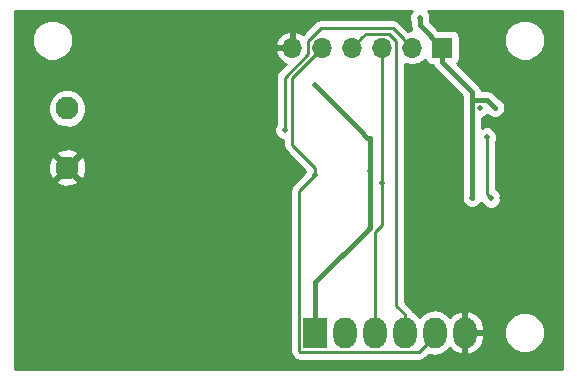
<source format=gbr>
G04 #@! TF.FileFunction,Copper,L2,Bot,Signal*
%FSLAX46Y46*%
G04 Gerber Fmt 4.6, Leading zero omitted, Abs format (unit mm)*
G04 Created by KiCad (PCBNEW 4.0.1-stable) date 5/23/2018 12:30:50 PM*
%MOMM*%
G01*
G04 APERTURE LIST*
%ADD10C,0.100000*%
%ADD11R,1.700000X1.700000*%
%ADD12O,1.700000X1.700000*%
%ADD13R,2.000000X2.600000*%
%ADD14O,2.000000X2.600000*%
%ADD15C,1.950000*%
%ADD16C,0.500000*%
%ADD17C,0.400000*%
%ADD18C,0.250000*%
%ADD19C,0.254000*%
G04 APERTURE END LIST*
D10*
D11*
X148590000Y-95250000D03*
D12*
X146050000Y-95250000D03*
X143510000Y-95250000D03*
X140970000Y-95250000D03*
X138430000Y-95250000D03*
X135890000Y-95250000D03*
D13*
X137795000Y-119380000D03*
D14*
X140335000Y-119380000D03*
X142875000Y-119380000D03*
X145415000Y-119380000D03*
X147955000Y-119380000D03*
X150495000Y-119380000D03*
D15*
X116840000Y-105410000D03*
X116840000Y-100410000D03*
D16*
X121920000Y-99695000D03*
X120015000Y-93980000D03*
X133204195Y-93559815D03*
X156210000Y-100965000D03*
X156845000Y-109855000D03*
X132080000Y-119380000D03*
X116205000Y-114935000D03*
X141605000Y-102235000D03*
X146685000Y-92710000D03*
X137795000Y-98425000D03*
X142440000Y-110490000D03*
X142440000Y-105690011D03*
X153035000Y-100330000D03*
X151130000Y-107950000D03*
X153670000Y-107950000D03*
X133985000Y-99060000D03*
X121920000Y-112395000D03*
X118110000Y-118110000D03*
X132715000Y-106680000D03*
X134620000Y-107315000D03*
X137795000Y-106045000D03*
X135255000Y-102235000D03*
X143510000Y-106680000D03*
X152349200Y-102819200D03*
X152704800Y-108000800D03*
X151765000Y-100330000D03*
D17*
X133350000Y-93345000D02*
X133350000Y-93414010D01*
X133350000Y-93414010D02*
X133204195Y-93559815D01*
X137795000Y-98425000D02*
X141605000Y-102235000D01*
X141605000Y-102235000D02*
X142240000Y-102870000D01*
X146685000Y-92710000D02*
X146685000Y-93345000D01*
X146685000Y-93345000D02*
X148590000Y-95250000D01*
X142440000Y-110490000D02*
X137795000Y-115135000D01*
X137795000Y-115135000D02*
X137795000Y-119380000D01*
X142240000Y-102870000D02*
X142440000Y-102870000D01*
X148590000Y-95250000D02*
X148590000Y-96500000D01*
X148590000Y-96500000D02*
X151130000Y-99040000D01*
X151130000Y-99040000D02*
X151130000Y-99679999D01*
X142440000Y-105690011D02*
X142440000Y-110490000D01*
X142440000Y-102870000D02*
X142440000Y-105690011D01*
X151114999Y-99695000D02*
X151114999Y-107934999D01*
X151114999Y-99695000D02*
X151130000Y-99679999D01*
X151130000Y-99679999D02*
X152384999Y-99679999D01*
X152384999Y-99679999D02*
X153035000Y-100330000D01*
X151114999Y-107934999D02*
X151130000Y-107950000D01*
D18*
X135890000Y-103505000D02*
X135890000Y-97790000D01*
X135890000Y-97790000D02*
X138430000Y-95250000D01*
X137795000Y-105410000D02*
X135890000Y-103505000D01*
X137795000Y-106045000D02*
X137795000Y-105410000D01*
X137795000Y-106045000D02*
X136469999Y-107370001D01*
X147955000Y-119680000D02*
X147955000Y-119380000D01*
X136469999Y-107370001D02*
X136469999Y-120940001D01*
X136469999Y-120940001D02*
X136534999Y-121005001D01*
X136534999Y-121005001D02*
X146629999Y-121005001D01*
X146629999Y-121005001D02*
X147955000Y-119680000D01*
X137795000Y-95885000D02*
X138430000Y-95250000D01*
X135255000Y-102235000D02*
X135255000Y-97788590D01*
X135255000Y-97788590D02*
X137254999Y-95788591D01*
X137254999Y-95788591D02*
X137254999Y-94685999D01*
X137254999Y-94685999D02*
X138316008Y-93624990D01*
X138316008Y-93624990D02*
X144424990Y-93624990D01*
X144424990Y-93624990D02*
X145200001Y-94400001D01*
X145200001Y-94400001D02*
X146050000Y-95250000D01*
X143510000Y-110271002D02*
X143510000Y-106680000D01*
X143510000Y-106680000D02*
X143510000Y-96452081D01*
X142875000Y-119380000D02*
X142875000Y-110906002D01*
X142875000Y-110906002D02*
X143510000Y-110271002D01*
X143510000Y-96452081D02*
X143510000Y-95250000D01*
X145415000Y-119380000D02*
X145415000Y-117830000D01*
X145415000Y-117830000D02*
X144685001Y-117100001D01*
X144685001Y-117100001D02*
X144685001Y-94685999D01*
X144685001Y-94685999D02*
X144074001Y-94074999D01*
X144074001Y-94074999D02*
X142145001Y-94074999D01*
X142145001Y-94074999D02*
X141819999Y-94400001D01*
X141819999Y-94400001D02*
X140970000Y-95250000D01*
X152704800Y-108000800D02*
X152349200Y-107645200D01*
X152349200Y-107645200D02*
X152349200Y-102819200D01*
D19*
G36*
X145935171Y-92208033D02*
X145800154Y-92533190D01*
X145799847Y-92885265D01*
X145850000Y-93006645D01*
X145850000Y-93345000D01*
X145913561Y-93664541D01*
X145971659Y-93751490D01*
X145683592Y-93808790D01*
X144962391Y-93087589D01*
X144715829Y-92922842D01*
X144424990Y-92864990D01*
X138316008Y-92864990D01*
X138025168Y-92922842D01*
X137778607Y-93087589D01*
X136777739Y-94088457D01*
X136656924Y-93978355D01*
X136246890Y-93808524D01*
X136017000Y-93929845D01*
X136017000Y-95123000D01*
X136037000Y-95123000D01*
X136037000Y-95377000D01*
X136017000Y-95377000D01*
X136017000Y-95397000D01*
X135763000Y-95397000D01*
X135763000Y-95377000D01*
X134569181Y-95377000D01*
X134448514Y-95606892D01*
X134694817Y-96131358D01*
X135123076Y-96521645D01*
X135352230Y-96616558D01*
X134717599Y-97251189D01*
X134552852Y-97497751D01*
X134495000Y-97788590D01*
X134495000Y-101757527D01*
X134370154Y-102058190D01*
X134369847Y-102410265D01*
X134504296Y-102735657D01*
X134753033Y-102984829D01*
X135078190Y-103119846D01*
X135130000Y-103119891D01*
X135130000Y-103505000D01*
X135187852Y-103795839D01*
X135352599Y-104042401D01*
X136988855Y-105678657D01*
X136919489Y-105845709D01*
X135932598Y-106832600D01*
X135767851Y-107079162D01*
X135709999Y-107370001D01*
X135709999Y-120940001D01*
X135767851Y-121230840D01*
X135932598Y-121477402D01*
X135997598Y-121542402D01*
X136244160Y-121707149D01*
X136534999Y-121765001D01*
X146629999Y-121765001D01*
X146920838Y-121707149D01*
X147167400Y-121542402D01*
X147456125Y-121253677D01*
X147955000Y-121352909D01*
X148580687Y-121228452D01*
X149111120Y-120874029D01*
X149238219Y-120683812D01*
X149428683Y-120925922D01*
X149986645Y-121239144D01*
X150114566Y-121270124D01*
X150368000Y-121150777D01*
X150368000Y-119507000D01*
X150622000Y-119507000D01*
X150622000Y-121150777D01*
X150875434Y-121270124D01*
X151003355Y-121239144D01*
X151561317Y-120925922D01*
X151956942Y-120423020D01*
X152130000Y-119807000D01*
X152130000Y-119723599D01*
X153839699Y-119723599D01*
X154103281Y-120361515D01*
X154590918Y-120850004D01*
X155228373Y-121114699D01*
X155918599Y-121115301D01*
X156556515Y-120851719D01*
X157045004Y-120364082D01*
X157309699Y-119726627D01*
X157310301Y-119036401D01*
X157046719Y-118398485D01*
X156559082Y-117909996D01*
X155921627Y-117645301D01*
X155231401Y-117644699D01*
X154593485Y-117908281D01*
X154104996Y-118395918D01*
X153840301Y-119033373D01*
X153839699Y-119723599D01*
X152130000Y-119723599D01*
X152130000Y-119507000D01*
X150622000Y-119507000D01*
X150368000Y-119507000D01*
X150348000Y-119507000D01*
X150348000Y-119253000D01*
X150368000Y-119253000D01*
X150368000Y-117609223D01*
X150622000Y-117609223D01*
X150622000Y-119253000D01*
X152130000Y-119253000D01*
X152130000Y-118953000D01*
X151956942Y-118336980D01*
X151561317Y-117834078D01*
X151003355Y-117520856D01*
X150875434Y-117489876D01*
X150622000Y-117609223D01*
X150368000Y-117609223D01*
X150114566Y-117489876D01*
X149986645Y-117520856D01*
X149428683Y-117834078D01*
X149238219Y-118076188D01*
X149111120Y-117885971D01*
X148580687Y-117531548D01*
X147955000Y-117407091D01*
X147329313Y-117531548D01*
X146798880Y-117885971D01*
X146685000Y-118056405D01*
X146571120Y-117885971D01*
X146127122Y-117589302D01*
X146117148Y-117539161D01*
X145952401Y-117292599D01*
X145445001Y-116785199D01*
X145445001Y-96626523D01*
X145481715Y-96651054D01*
X146050000Y-96764093D01*
X146618285Y-96651054D01*
X147100054Y-96329147D01*
X147127850Y-96287548D01*
X147136838Y-96335317D01*
X147275910Y-96551441D01*
X147488110Y-96696431D01*
X147740000Y-96747440D01*
X147804219Y-96747440D01*
X147818561Y-96819541D01*
X147932112Y-96989482D01*
X147999566Y-97090434D01*
X150295000Y-99385868D01*
X150295000Y-99619585D01*
X150279999Y-99695000D01*
X150279999Y-107689274D01*
X150245154Y-107773190D01*
X150244847Y-108125265D01*
X150379296Y-108450657D01*
X150628033Y-108699829D01*
X150953190Y-108834846D01*
X151305265Y-108835153D01*
X151630657Y-108700704D01*
X151879829Y-108451967D01*
X151906805Y-108387003D01*
X151954096Y-108501457D01*
X152202833Y-108750629D01*
X152527990Y-108885646D01*
X152880065Y-108885953D01*
X153205457Y-108751504D01*
X153454629Y-108502767D01*
X153589646Y-108177610D01*
X153589953Y-107825535D01*
X153455504Y-107500143D01*
X153206767Y-107250971D01*
X153109200Y-107210458D01*
X153109200Y-103296673D01*
X153234046Y-102996010D01*
X153234353Y-102643935D01*
X153099904Y-102318543D01*
X152851167Y-102069371D01*
X152526010Y-101934354D01*
X152173935Y-101934047D01*
X151949999Y-102026575D01*
X151949999Y-101211131D01*
X152265657Y-101080704D01*
X152400016Y-100946579D01*
X152533033Y-101079829D01*
X152858190Y-101214846D01*
X153210265Y-101215153D01*
X153535657Y-101080704D01*
X153784829Y-100831967D01*
X153919846Y-100506810D01*
X153920153Y-100154735D01*
X153785704Y-99829343D01*
X153536967Y-99580171D01*
X153415674Y-99529806D01*
X152975433Y-99089565D01*
X152704540Y-98908560D01*
X152384999Y-98844999D01*
X151926212Y-98844999D01*
X151901439Y-98720459D01*
X151720434Y-98449566D01*
X149857073Y-96586205D01*
X149891441Y-96564090D01*
X150036431Y-96351890D01*
X150087440Y-96100000D01*
X150087440Y-94958599D01*
X153839699Y-94958599D01*
X154103281Y-95596515D01*
X154590918Y-96085004D01*
X155228373Y-96349699D01*
X155918599Y-96350301D01*
X156556515Y-96086719D01*
X157045004Y-95599082D01*
X157309699Y-94961627D01*
X157310301Y-94271401D01*
X157046719Y-93633485D01*
X156559082Y-93144996D01*
X155921627Y-92880301D01*
X155231401Y-92879699D01*
X154593485Y-93143281D01*
X154104996Y-93630918D01*
X153840301Y-94268373D01*
X153839699Y-94958599D01*
X150087440Y-94958599D01*
X150087440Y-94400000D01*
X150043162Y-94164683D01*
X149904090Y-93948559D01*
X149691890Y-93803569D01*
X149440000Y-93752560D01*
X148273428Y-93752560D01*
X147522265Y-93001397D01*
X147569846Y-92886810D01*
X147570153Y-92534735D01*
X147435704Y-92209343D01*
X147351508Y-92125000D01*
X158700000Y-92125000D01*
X158700000Y-122505000D01*
X112445000Y-122505000D01*
X112445000Y-106544442D01*
X115885163Y-106544442D01*
X115980763Y-106808704D01*
X116581429Y-107031049D01*
X117221461Y-107006605D01*
X117699237Y-106808704D01*
X117794837Y-106544442D01*
X116840000Y-105589605D01*
X115885163Y-106544442D01*
X112445000Y-106544442D01*
X112445000Y-105151429D01*
X115218951Y-105151429D01*
X115243395Y-105791461D01*
X115441296Y-106269237D01*
X115705558Y-106364837D01*
X116660395Y-105410000D01*
X117019605Y-105410000D01*
X117974442Y-106364837D01*
X118238704Y-106269237D01*
X118461049Y-105668571D01*
X118436605Y-105028539D01*
X118238704Y-104550763D01*
X117974442Y-104455163D01*
X117019605Y-105410000D01*
X116660395Y-105410000D01*
X115705558Y-104455163D01*
X115441296Y-104550763D01*
X115218951Y-105151429D01*
X112445000Y-105151429D01*
X112445000Y-104275558D01*
X115885163Y-104275558D01*
X116840000Y-105230395D01*
X117794837Y-104275558D01*
X117699237Y-104011296D01*
X117098571Y-103788951D01*
X116458539Y-103813395D01*
X115980763Y-104011296D01*
X115885163Y-104275558D01*
X112445000Y-104275558D01*
X112445000Y-100728844D01*
X115229721Y-100728844D01*
X115474312Y-101320800D01*
X115926817Y-101774096D01*
X116518346Y-102019720D01*
X117158844Y-102020279D01*
X117750800Y-101775688D01*
X118204096Y-101323183D01*
X118449720Y-100731654D01*
X118450279Y-100091156D01*
X118205688Y-99499200D01*
X117753183Y-99045904D01*
X117161654Y-98800280D01*
X116521156Y-98799721D01*
X115929200Y-99044312D01*
X115475904Y-99496817D01*
X115230280Y-100088346D01*
X115229721Y-100728844D01*
X112445000Y-100728844D01*
X112445000Y-94958599D01*
X113834699Y-94958599D01*
X114098281Y-95596515D01*
X114585918Y-96085004D01*
X115223373Y-96349699D01*
X115913599Y-96350301D01*
X116551515Y-96086719D01*
X117040004Y-95599082D01*
X117304699Y-94961627D01*
X117304758Y-94893108D01*
X134448514Y-94893108D01*
X134569181Y-95123000D01*
X135763000Y-95123000D01*
X135763000Y-93929845D01*
X135533110Y-93808524D01*
X135123076Y-93978355D01*
X134694817Y-94368642D01*
X134448514Y-94893108D01*
X117304758Y-94893108D01*
X117305301Y-94271401D01*
X117041719Y-93633485D01*
X116554082Y-93144996D01*
X115916627Y-92880301D01*
X115226401Y-92879699D01*
X114588485Y-93143281D01*
X114099996Y-93630918D01*
X113835301Y-94268373D01*
X113834699Y-94958599D01*
X112445000Y-94958599D01*
X112445000Y-92125000D01*
X146018349Y-92125000D01*
X145935171Y-92208033D01*
X145935171Y-92208033D01*
G37*
X145935171Y-92208033D02*
X145800154Y-92533190D01*
X145799847Y-92885265D01*
X145850000Y-93006645D01*
X145850000Y-93345000D01*
X145913561Y-93664541D01*
X145971659Y-93751490D01*
X145683592Y-93808790D01*
X144962391Y-93087589D01*
X144715829Y-92922842D01*
X144424990Y-92864990D01*
X138316008Y-92864990D01*
X138025168Y-92922842D01*
X137778607Y-93087589D01*
X136777739Y-94088457D01*
X136656924Y-93978355D01*
X136246890Y-93808524D01*
X136017000Y-93929845D01*
X136017000Y-95123000D01*
X136037000Y-95123000D01*
X136037000Y-95377000D01*
X136017000Y-95377000D01*
X136017000Y-95397000D01*
X135763000Y-95397000D01*
X135763000Y-95377000D01*
X134569181Y-95377000D01*
X134448514Y-95606892D01*
X134694817Y-96131358D01*
X135123076Y-96521645D01*
X135352230Y-96616558D01*
X134717599Y-97251189D01*
X134552852Y-97497751D01*
X134495000Y-97788590D01*
X134495000Y-101757527D01*
X134370154Y-102058190D01*
X134369847Y-102410265D01*
X134504296Y-102735657D01*
X134753033Y-102984829D01*
X135078190Y-103119846D01*
X135130000Y-103119891D01*
X135130000Y-103505000D01*
X135187852Y-103795839D01*
X135352599Y-104042401D01*
X136988855Y-105678657D01*
X136919489Y-105845709D01*
X135932598Y-106832600D01*
X135767851Y-107079162D01*
X135709999Y-107370001D01*
X135709999Y-120940001D01*
X135767851Y-121230840D01*
X135932598Y-121477402D01*
X135997598Y-121542402D01*
X136244160Y-121707149D01*
X136534999Y-121765001D01*
X146629999Y-121765001D01*
X146920838Y-121707149D01*
X147167400Y-121542402D01*
X147456125Y-121253677D01*
X147955000Y-121352909D01*
X148580687Y-121228452D01*
X149111120Y-120874029D01*
X149238219Y-120683812D01*
X149428683Y-120925922D01*
X149986645Y-121239144D01*
X150114566Y-121270124D01*
X150368000Y-121150777D01*
X150368000Y-119507000D01*
X150622000Y-119507000D01*
X150622000Y-121150777D01*
X150875434Y-121270124D01*
X151003355Y-121239144D01*
X151561317Y-120925922D01*
X151956942Y-120423020D01*
X152130000Y-119807000D01*
X152130000Y-119723599D01*
X153839699Y-119723599D01*
X154103281Y-120361515D01*
X154590918Y-120850004D01*
X155228373Y-121114699D01*
X155918599Y-121115301D01*
X156556515Y-120851719D01*
X157045004Y-120364082D01*
X157309699Y-119726627D01*
X157310301Y-119036401D01*
X157046719Y-118398485D01*
X156559082Y-117909996D01*
X155921627Y-117645301D01*
X155231401Y-117644699D01*
X154593485Y-117908281D01*
X154104996Y-118395918D01*
X153840301Y-119033373D01*
X153839699Y-119723599D01*
X152130000Y-119723599D01*
X152130000Y-119507000D01*
X150622000Y-119507000D01*
X150368000Y-119507000D01*
X150348000Y-119507000D01*
X150348000Y-119253000D01*
X150368000Y-119253000D01*
X150368000Y-117609223D01*
X150622000Y-117609223D01*
X150622000Y-119253000D01*
X152130000Y-119253000D01*
X152130000Y-118953000D01*
X151956942Y-118336980D01*
X151561317Y-117834078D01*
X151003355Y-117520856D01*
X150875434Y-117489876D01*
X150622000Y-117609223D01*
X150368000Y-117609223D01*
X150114566Y-117489876D01*
X149986645Y-117520856D01*
X149428683Y-117834078D01*
X149238219Y-118076188D01*
X149111120Y-117885971D01*
X148580687Y-117531548D01*
X147955000Y-117407091D01*
X147329313Y-117531548D01*
X146798880Y-117885971D01*
X146685000Y-118056405D01*
X146571120Y-117885971D01*
X146127122Y-117589302D01*
X146117148Y-117539161D01*
X145952401Y-117292599D01*
X145445001Y-116785199D01*
X145445001Y-96626523D01*
X145481715Y-96651054D01*
X146050000Y-96764093D01*
X146618285Y-96651054D01*
X147100054Y-96329147D01*
X147127850Y-96287548D01*
X147136838Y-96335317D01*
X147275910Y-96551441D01*
X147488110Y-96696431D01*
X147740000Y-96747440D01*
X147804219Y-96747440D01*
X147818561Y-96819541D01*
X147932112Y-96989482D01*
X147999566Y-97090434D01*
X150295000Y-99385868D01*
X150295000Y-99619585D01*
X150279999Y-99695000D01*
X150279999Y-107689274D01*
X150245154Y-107773190D01*
X150244847Y-108125265D01*
X150379296Y-108450657D01*
X150628033Y-108699829D01*
X150953190Y-108834846D01*
X151305265Y-108835153D01*
X151630657Y-108700704D01*
X151879829Y-108451967D01*
X151906805Y-108387003D01*
X151954096Y-108501457D01*
X152202833Y-108750629D01*
X152527990Y-108885646D01*
X152880065Y-108885953D01*
X153205457Y-108751504D01*
X153454629Y-108502767D01*
X153589646Y-108177610D01*
X153589953Y-107825535D01*
X153455504Y-107500143D01*
X153206767Y-107250971D01*
X153109200Y-107210458D01*
X153109200Y-103296673D01*
X153234046Y-102996010D01*
X153234353Y-102643935D01*
X153099904Y-102318543D01*
X152851167Y-102069371D01*
X152526010Y-101934354D01*
X152173935Y-101934047D01*
X151949999Y-102026575D01*
X151949999Y-101211131D01*
X152265657Y-101080704D01*
X152400016Y-100946579D01*
X152533033Y-101079829D01*
X152858190Y-101214846D01*
X153210265Y-101215153D01*
X153535657Y-101080704D01*
X153784829Y-100831967D01*
X153919846Y-100506810D01*
X153920153Y-100154735D01*
X153785704Y-99829343D01*
X153536967Y-99580171D01*
X153415674Y-99529806D01*
X152975433Y-99089565D01*
X152704540Y-98908560D01*
X152384999Y-98844999D01*
X151926212Y-98844999D01*
X151901439Y-98720459D01*
X151720434Y-98449566D01*
X149857073Y-96586205D01*
X149891441Y-96564090D01*
X150036431Y-96351890D01*
X150087440Y-96100000D01*
X150087440Y-94958599D01*
X153839699Y-94958599D01*
X154103281Y-95596515D01*
X154590918Y-96085004D01*
X155228373Y-96349699D01*
X155918599Y-96350301D01*
X156556515Y-96086719D01*
X157045004Y-95599082D01*
X157309699Y-94961627D01*
X157310301Y-94271401D01*
X157046719Y-93633485D01*
X156559082Y-93144996D01*
X155921627Y-92880301D01*
X155231401Y-92879699D01*
X154593485Y-93143281D01*
X154104996Y-93630918D01*
X153840301Y-94268373D01*
X153839699Y-94958599D01*
X150087440Y-94958599D01*
X150087440Y-94400000D01*
X150043162Y-94164683D01*
X149904090Y-93948559D01*
X149691890Y-93803569D01*
X149440000Y-93752560D01*
X148273428Y-93752560D01*
X147522265Y-93001397D01*
X147569846Y-92886810D01*
X147570153Y-92534735D01*
X147435704Y-92209343D01*
X147351508Y-92125000D01*
X158700000Y-92125000D01*
X158700000Y-122505000D01*
X112445000Y-122505000D01*
X112445000Y-106544442D01*
X115885163Y-106544442D01*
X115980763Y-106808704D01*
X116581429Y-107031049D01*
X117221461Y-107006605D01*
X117699237Y-106808704D01*
X117794837Y-106544442D01*
X116840000Y-105589605D01*
X115885163Y-106544442D01*
X112445000Y-106544442D01*
X112445000Y-105151429D01*
X115218951Y-105151429D01*
X115243395Y-105791461D01*
X115441296Y-106269237D01*
X115705558Y-106364837D01*
X116660395Y-105410000D01*
X117019605Y-105410000D01*
X117974442Y-106364837D01*
X118238704Y-106269237D01*
X118461049Y-105668571D01*
X118436605Y-105028539D01*
X118238704Y-104550763D01*
X117974442Y-104455163D01*
X117019605Y-105410000D01*
X116660395Y-105410000D01*
X115705558Y-104455163D01*
X115441296Y-104550763D01*
X115218951Y-105151429D01*
X112445000Y-105151429D01*
X112445000Y-104275558D01*
X115885163Y-104275558D01*
X116840000Y-105230395D01*
X117794837Y-104275558D01*
X117699237Y-104011296D01*
X117098571Y-103788951D01*
X116458539Y-103813395D01*
X115980763Y-104011296D01*
X115885163Y-104275558D01*
X112445000Y-104275558D01*
X112445000Y-100728844D01*
X115229721Y-100728844D01*
X115474312Y-101320800D01*
X115926817Y-101774096D01*
X116518346Y-102019720D01*
X117158844Y-102020279D01*
X117750800Y-101775688D01*
X118204096Y-101323183D01*
X118449720Y-100731654D01*
X118450279Y-100091156D01*
X118205688Y-99499200D01*
X117753183Y-99045904D01*
X117161654Y-98800280D01*
X116521156Y-98799721D01*
X115929200Y-99044312D01*
X115475904Y-99496817D01*
X115230280Y-100088346D01*
X115229721Y-100728844D01*
X112445000Y-100728844D01*
X112445000Y-94958599D01*
X113834699Y-94958599D01*
X114098281Y-95596515D01*
X114585918Y-96085004D01*
X115223373Y-96349699D01*
X115913599Y-96350301D01*
X116551515Y-96086719D01*
X117040004Y-95599082D01*
X117304699Y-94961627D01*
X117304758Y-94893108D01*
X134448514Y-94893108D01*
X134569181Y-95123000D01*
X135763000Y-95123000D01*
X135763000Y-93929845D01*
X135533110Y-93808524D01*
X135123076Y-93978355D01*
X134694817Y-94368642D01*
X134448514Y-94893108D01*
X117304758Y-94893108D01*
X117305301Y-94271401D01*
X117041719Y-93633485D01*
X116554082Y-93144996D01*
X115916627Y-92880301D01*
X115226401Y-92879699D01*
X114588485Y-93143281D01*
X114099996Y-93630918D01*
X113835301Y-94268373D01*
X113834699Y-94958599D01*
X112445000Y-94958599D01*
X112445000Y-92125000D01*
X146018349Y-92125000D01*
X145935171Y-92208033D01*
M02*

</source>
